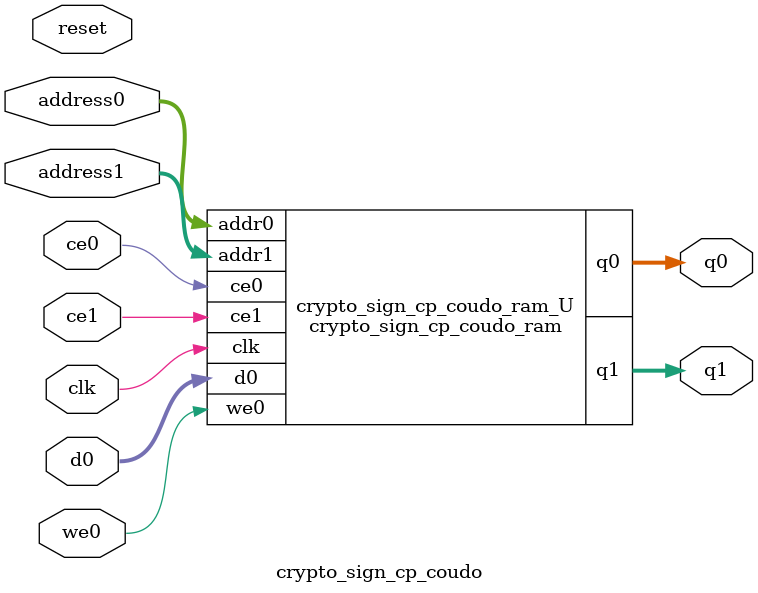
<source format=v>
`timescale 1 ns / 1 ps
module crypto_sign_cp_coudo_ram (addr0, ce0, d0, we0, q0, addr1, ce1, q1,  clk);

parameter DWIDTH = 32;
parameter AWIDTH = 8;
parameter MEM_SIZE = 256;

input[AWIDTH-1:0] addr0;
input ce0;
input[DWIDTH-1:0] d0;
input we0;
output reg[DWIDTH-1:0] q0;
input[AWIDTH-1:0] addr1;
input ce1;
output reg[DWIDTH-1:0] q1;
input clk;

(* ram_style = "block" *)reg [DWIDTH-1:0] ram[0:MEM_SIZE-1];




always @(posedge clk)  
begin 
    if (ce0) begin
        if (we0) 
            ram[addr0] <= d0; 
        q0 <= ram[addr0];
    end
end


always @(posedge clk)  
begin 
    if (ce1) begin
        q1 <= ram[addr1];
    end
end


endmodule

`timescale 1 ns / 1 ps
module crypto_sign_cp_coudo(
    reset,
    clk,
    address0,
    ce0,
    we0,
    d0,
    q0,
    address1,
    ce1,
    q1);

parameter DataWidth = 32'd32;
parameter AddressRange = 32'd256;
parameter AddressWidth = 32'd8;
input reset;
input clk;
input[AddressWidth - 1:0] address0;
input ce0;
input we0;
input[DataWidth - 1:0] d0;
output[DataWidth - 1:0] q0;
input[AddressWidth - 1:0] address1;
input ce1;
output[DataWidth - 1:0] q1;



crypto_sign_cp_coudo_ram crypto_sign_cp_coudo_ram_U(
    .clk( clk ),
    .addr0( address0 ),
    .ce0( ce0 ),
    .we0( we0 ),
    .d0( d0 ),
    .q0( q0 ),
    .addr1( address1 ),
    .ce1( ce1 ),
    .q1( q1 ));

endmodule


</source>
